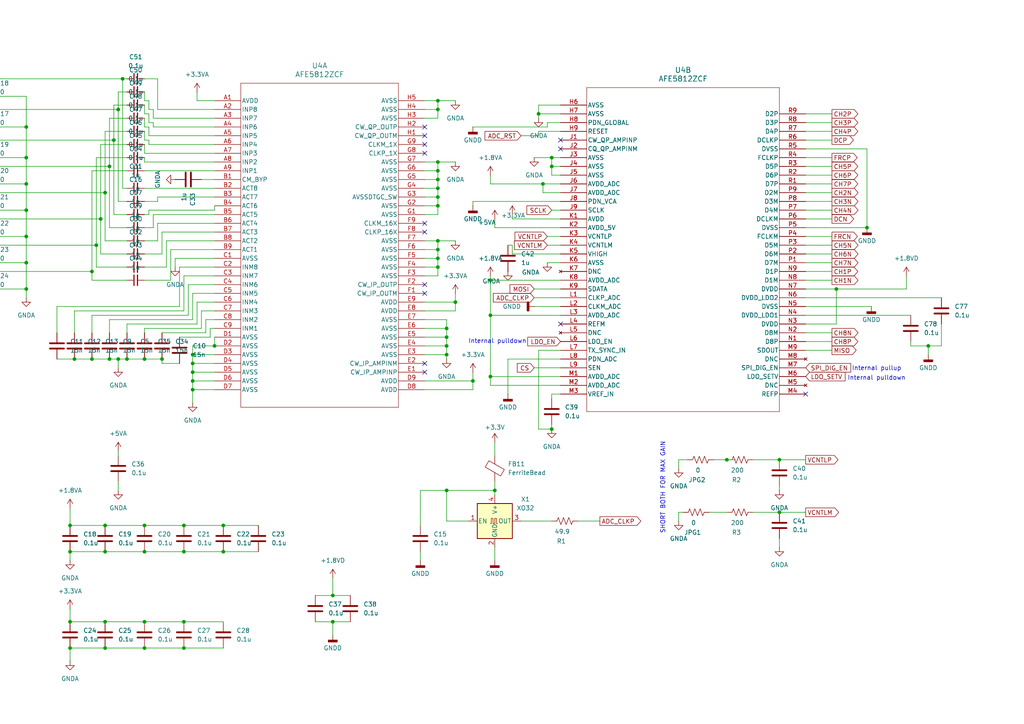
<source format=kicad_sch>
(kicad_sch (version 20231120) (generator "eeschema") (generator_version "8.0")
  (paper "A4")
  (title_block (title "Streamoscope") (date "2024-08-11") (rev "4") (company "Massachusetts Institute of Technology"))
  (junction (at 210.82 133.35))
  (junction (at -31.75 83.82))
  (junction (at 129.54 142.24))
  (junction (at 127 74.93))
  (junction (at 242.57 83.82))
  (junction (at 160.02 48.26))
  (junction (at 7.62 83.82))
  (junction (at 7.62 76.2))
  (junction (at 30.48 180.34))
  (junction (at 143.51 142.24))
  (junction (at -5.08 22.86))
  (junction (at -5.08 40.64))
  (junction (at 226.06 148.59))
  (junction (at 7.62 53.34))
  (junction (at -5.08 55.88))
  (junction (at 55.88 105.41))
  (junction (at 53.34 180.34))
  (junction (at 142.24 91.44))
  (junction (at 29.21 63.5))
  (junction (at 41.91 160.02))
  (junction (at 21.59 104.14))
  (junction (at -31.75 53.34))
  (junction (at -5.08 63.5))
  (junction (at 20.32 180.34))
  (junction (at 7.62 45.72))
  (junction (at 55.88 107.95))
  (junction (at -31.75 45.72))
  (junction (at 34.29 104.14))
  (junction (at 30.48 152.4))
  (junction (at 127 69.85))
  (junction (at 31.75 48.26))
  (junction (at -5.08 78.74))
  (junction (at 55.88 110.49))
  (junction (at 36.83 104.14))
  (junction (at 30.48 187.96))
  (junction (at 34.29 31.75))
  (junction (at 127 59.69))
  (junction (at 7.62 60.96))
  (junction (at 53.34 152.4))
  (junction (at 269.24 100.33))
  (junction (at 20.32 187.96))
  (junction (at 55.88 102.87))
  (junction (at 226.06 133.35))
  (junction (at 41.91 180.34))
  (junction (at 129.54 102.87))
  (junction (at -31.75 76.2))
  (junction (at 251.46 66.04))
  (junction (at 30.48 160.02))
  (junction (at 132.08 87.63))
  (junction (at 55.88 113.03))
  (junction (at -31.75 36.83))
  (junction (at 26.67 78.74))
  (junction (at 142.24 81.28))
  (junction (at 137.16 110.49))
  (junction (at 127 54.61))
  (junction (at 20.32 152.4))
  (junction (at 129.54 95.25))
  (junction (at 31.75 104.14))
  (junction (at 30.48 55.88))
  (junction (at 127 72.39))
  (junction (at 35.56 22.86))
  (junction (at 127 52.07))
  (junction (at 62.23 100.33))
  (junction (at 53.34 187.96))
  (junction (at 41.91 104.14))
  (junction (at -5.08 31.75))
  (junction (at 127 49.53))
  (junction (at 46.99 104.14))
  (junction (at -5.08 71.12))
  (junction (at 41.91 152.4))
  (junction (at -5.08 48.26))
  (junction (at 129.54 100.33))
  (junction (at 142.24 109.22))
  (junction (at 33.02 40.64))
  (junction (at 127 77.47))
  (junction (at 160.02 124.46))
  (junction (at 96.52 172.72))
  (junction (at 64.77 152.4))
  (junction (at 129.54 97.79))
  (junction (at 96.52 180.34))
  (junction (at 127 29.21))
  (junction (at 53.34 160.02))
  (junction (at 41.91 187.96))
  (junction (at 7.62 68.58))
  (junction (at 127 57.15))
  (junction (at -31.75 68.58))
  (junction (at 157.48 53.34))
  (junction (at 127 31.75))
  (junction (at 160.02 45.72))
  (junction (at 156.21 33.02))
  (junction (at 26.67 104.14))
  (junction (at 7.62 36.83))
  (junction (at 64.77 160.02))
  (junction (at 127 46.99))
  (junction (at 27.94 71.12))
  (junction (at 20.32 160.02))
  (junction (at -31.75 60.96))
  (no_connect (at 123.19 107.95))
  (no_connect (at 123.19 44.45))
  (no_connect (at 123.19 39.37))
  (no_connect (at 123.19 82.55))
  (no_connect (at 162.56 40.64))
  (no_connect (at 123.19 85.09))
  (no_connect (at 123.19 67.31))
  (no_connect (at 123.19 41.91))
  (no_connect (at 123.19 105.41))
  (no_connect (at 123.19 36.83))
  (no_connect (at 162.56 93.98))
  (no_connect (at 162.56 43.18))
  (no_connect (at 233.68 114.3))
  (no_connect (at 123.19 64.77))
  (wire (pts (xy 123.19 59.69) (xy 127 59.69)))
  (wire (pts (xy 123.19 52.07) (xy 127 52.07)))
  (wire (pts (xy 45.72 31.75) (xy 45.72 22.86)))
  (wire (pts (xy 143.51 139.7) (xy 143.51 142.24)))
  (wire (pts (xy 7.62 36.83) (xy 7.62 45.72)))
  (wire (pts (xy 162.56 35.56) (xy 158.75 35.56)))
  (wire (pts (xy -5.08 60.96) (xy 7.62 60.96)))
  (wire (pts (xy 160.02 48.26) (xy 160.02 50.8)))
  (wire (pts (xy 123.19 110.49) (xy 137.16 110.49)))
  (wire (pts (xy 160.02 45.72) (xy 160.02 48.26)))
  (wire (pts (xy 142.24 81.28) (xy 142.24 80.01)))
  (wire (pts (xy 46.99 73.66) (xy 46.99 67.31)))
  (wire (pts (xy 60.96 95.25) (xy 60.96 97.79)))
  (wire (pts (xy 58.42 90.17) (xy 62.23 90.17)))
  (wire (pts (xy 64.77 152.4) (xy 74.93 152.4)))
  (wire (pts (xy 26.67 91.44) (xy 54.61 91.44)))
  (wire (pts (xy 41.91 66.04) (xy 44.45 66.04)))
  (wire (pts (xy 30.48 55.88) (xy 30.48 69.85)))
  (wire (pts (xy 96.52 167.64) (xy 96.52 172.72)))
  (wire (pts (xy 36.83 49.53) (xy 26.67 49.53)))
  (wire (pts (xy 58.42 52.07) (xy 62.23 52.07)))
  (wire (pts (xy 53.34 187.96) (xy 64.77 187.96)))
  (wire (pts (xy 35.56 22.86) (xy 35.56 54.61)))
  (wire (pts (xy 207.01 133.35) (xy 210.82 133.35)))
  (wire (pts (xy 34.29 31.75) (xy 34.29 58.42)))
  (wire (pts (xy 54.61 91.44) (xy 54.61 82.55)))
  (wire (pts (xy 62.23 107.95) (xy 55.88 107.95)))
  (wire (pts (xy -31.75 53.34) (xy -31.75 60.96)))
  (wire (pts (xy 233.68 48.26) (xy 241.3 48.26)))
  (wire (pts (xy 129.54 151.13) (xy 129.54 142.24)))
  (wire (pts (xy 31.75 34.29) (xy 31.75 48.26)))
  (wire (pts (xy 123.19 34.29) (xy 127 34.29)))
  (wire (pts (xy 233.68 38.1) (xy 241.3 38.1)))
  (wire (pts (xy 20.32 152.4) (xy 30.48 152.4)))
  (wire (pts (xy 34.29 130.81) (xy 34.29 132.08)))
  (wire (pts (xy 43.18 35.56) (xy 43.18 33.02)))
  (wire (pts (xy 151.13 39.37) (xy 156.21 39.37)))
  (wire (pts (xy 7.62 76.2) (xy 7.62 83.82)))
  (wire (pts (xy 123.19 102.87) (xy 129.54 102.87)))
  (wire (pts (xy 160.02 50.8) (xy 162.56 50.8)))
  (wire (pts (xy 143.51 66.04) (xy 143.51 63.5)))
  (wire (pts (xy 154.94 86.36) (xy 162.56 86.36)))
  (wire (pts (xy 41.91 160.02) (xy 53.34 160.02)))
  (wire (pts (xy 41.91 180.34) (xy 53.34 180.34)))
  (wire (pts (xy 59.69 92.71) (xy 62.23 92.71)))
  (wire (pts (xy 41.91 58.42) (xy 45.72 58.42)))
  (wire (pts (xy 143.51 128.27) (xy 143.51 132.08)))
  (wire (pts (xy 127 69.85) (xy 123.19 69.85)))
  (wire (pts (xy 55.88 107.95) (xy 55.88 110.49)))
  (wire (pts (xy 30.48 69.85) (xy 36.83 69.85)))
  (wire (pts (xy 36.83 30.48) (xy 33.02 30.48)))
  (wire (pts (xy 127 46.99) (xy 123.19 46.99)))
  (wire (pts (xy 36.83 45.72) (xy 27.94 45.72)))
  (wire (pts (xy 226.06 133.35) (xy 233.68 133.35)))
  (wire (pts (xy 43.18 36.83) (xy 41.91 36.83)))
  (wire (pts (xy 31.75 92.71) (xy 55.88 92.71)))
  (wire (pts (xy 41.91 62.23) (xy 43.18 62.23)))
  (wire (pts (xy 43.18 40.64) (xy 41.91 40.64)))
  (wire (pts (xy 156.21 34.29) (xy 156.21 33.02)))
  (wire (pts (xy 16.51 88.9) (xy 52.07 88.9)))
  (wire (pts (xy 34.29 104.14) (xy 36.83 104.14)))
  (wire (pts (xy 233.68 99.06) (xy 241.3 99.06)))
  (wire (pts (xy -5.08 78.74) (xy 26.67 78.74)))
  (wire (pts (xy 7.62 68.58) (xy 7.62 76.2)))
  (wire (pts (xy 233.68 91.44) (xy 264.16 91.44)))
  (wire (pts (xy 57.15 29.21) (xy 57.15 26.67)))
  (wire (pts (xy 262.89 83.82) (xy 262.89 80.01)))
  (wire (pts (xy 218.44 148.59) (xy 226.06 148.59)))
  (wire (pts (xy 43.18 33.02) (xy 41.91 33.02)))
  (wire (pts (xy 143.51 158.75) (xy 143.51 162.56)))
  (wire (pts (xy 55.88 110.49) (xy 55.88 113.03)))
  (wire (pts (xy 34.29 104.14) (xy 34.29 106.68)))
  (wire (pts (xy 50.8 74.93) (xy 50.8 77.47)))
  (wire (pts (xy 162.56 45.72) (xy 160.02 45.72)))
  (wire (pts (xy 162.56 38.1) (xy 156.21 38.1)))
  (wire (pts (xy 233.68 40.64) (xy 241.3 40.64)))
  (wire (pts (xy -26.67 22.86) (xy -5.08 22.86)))
  (wire (pts (xy -26.67 63.5) (xy -5.08 63.5)))
  (wire (pts (xy 26.67 78.74) (xy 26.67 81.28)))
  (wire (pts (xy 242.57 83.82) (xy 262.89 83.82)))
  (wire (pts (xy 148.59 73.66) (xy 162.56 73.66)))
  (wire (pts (xy 162.56 66.04) (xy 143.51 66.04)))
  (wire (pts (xy 36.83 22.86) (xy 35.56 22.86)))
  (wire (pts (xy 129.54 104.14) (xy 129.54 102.87)))
  (wire (pts (xy 36.83 34.29) (xy 31.75 34.29)))
  (wire (pts (xy 132.08 87.63) (xy 132.08 90.17)))
  (wire (pts (xy 158.75 71.12) (xy 162.56 71.12)))
  (wire (pts (xy 158.75 68.58) (xy 162.56 68.58)))
  (wire (pts (xy 127 69.85) (xy 132.08 69.85)))
  (wire (pts (xy 129.54 95.25) (xy 129.54 92.71)))
  (wire (pts (xy 36.83 96.52) (xy 36.83 93.98)))
  (wire (pts (xy 44.45 62.23) (xy 62.23 62.23)))
  (wire (pts (xy 41.91 187.96) (xy 53.34 187.96)))
  (wire (pts (xy 34.29 58.42) (xy 36.83 58.42)))
  (wire (pts (xy 137.16 58.42) (xy 137.16 59.69)))
  (wire (pts (xy 160.02 60.96) (xy 162.56 60.96)))
  (wire (pts (xy -26.67 55.88) (xy -5.08 55.88)))
  (wire (pts (xy 41.91 44.45) (xy 41.91 41.91)))
  (wire (pts (xy 44.45 34.29) (xy 44.45 31.75)))
  (wire (pts (xy 55.88 113.03) (xy 62.23 113.03)))
  (wire (pts (xy 53.34 180.34) (xy 64.77 180.34)))
  (wire (pts (xy 21.59 90.17) (xy 53.34 90.17)))
  (wire (pts (xy 157.48 55.88) (xy 157.48 53.34)))
  (wire (pts (xy 62.23 102.87) (xy 55.88 102.87)))
  (wire (pts (xy -26.67 40.64) (xy -5.08 40.64)))
  (wire (pts (xy 233.68 78.74) (xy 241.3 78.74)))
  (wire (pts (xy 46.99 105.41) (xy 52.07 105.41)))
  (wire (pts (xy -5.08 40.64) (xy 33.02 40.64)))
  (wire (pts (xy 7.62 27.94) (xy 7.62 36.83)))
  (wire (pts (xy -5.08 83.82) (xy 7.62 83.82)))
  (wire (pts (xy 45.72 57.15) (xy 62.23 57.15)))
  (wire (pts (xy 233.68 58.42) (xy 241.3 58.42)))
  (wire (pts (xy 241.3 35.56) (xy 233.68 35.56)))
  (wire (pts (xy 43.18 41.91) (xy 43.18 40.64)))
  (wire (pts (xy 156.21 33.02) (xy 162.56 33.02)))
  (wire (pts (xy 167.64 151.13) (xy 173.99 151.13)))
  (wire (pts (xy 46.99 104.14) (xy 46.99 105.41)))
  (wire (pts (xy 123.19 100.33) (xy 129.54 100.33)))
  (wire (pts (xy 154.94 106.68) (xy 162.56 106.68)))
  (wire (pts (xy 43.18 60.96) (xy 62.23 60.96)))
  (wire (pts (xy 16.51 96.52) (xy 16.51 88.9)))
  (wire (pts (xy 55.88 85.09) (xy 62.23 85.09)))
  (wire (pts (xy 127 57.15) (xy 127 54.61)))
  (wire (pts (xy 123.19 80.01) (xy 127 80.01)))
  (wire (pts (xy 44.45 66.04) (xy 44.45 62.23)))
  (wire (pts (xy 121.92 152.4) (xy 121.92 142.24)))
  (wire (pts (xy 147.32 104.14) (xy 162.56 104.14)))
  (wire (pts (xy 241.3 33.02) (xy 233.68 33.02)))
  (wire (pts (xy 53.34 152.4) (xy 64.77 152.4)))
  (wire (pts (xy 41.91 152.4) (xy 53.34 152.4)))
  (wire (pts (xy 41.91 81.28) (xy 49.53 81.28)))
  (wire (pts (xy 41.91 77.47) (xy 48.26 77.47)))
  (wire (pts (xy 142.24 91.44) (xy 142.24 81.28)))
  (wire (pts (xy 157.48 53.34) (xy 142.24 53.34)))
  (wire (pts (xy 123.19 62.23) (xy 127 62.23)))
  (wire (pts (xy 123.19 77.47) (xy 127 77.47)))
  (wire (pts (xy 27.94 77.47) (xy 36.83 77.47)))
  (wire (pts (xy -26.67 48.26) (xy -5.08 48.26)))
  (wire (pts (xy 233.68 71.12) (xy 241.3 71.12)))
  (wire (pts (xy 127 72.39) (xy 127 69.85)))
  (wire (pts (xy 43.18 31.75) (xy 43.18 29.21)))
  (wire (pts (xy 43.18 29.21) (xy 41.91 29.21)))
  (wire (pts (xy 162.56 81.28) (xy 142.24 81.28)))
  (wire (pts (xy 269.24 100.33) (xy 273.05 100.33)))
  (wire (pts (xy 36.83 26.67) (xy 34.29 26.67)))
  (wire (pts (xy 41.91 36.83) (xy 41.91 34.29)))
  (wire (pts (xy 31.75 104.14) (xy 34.29 104.14)))
  (wire (pts (xy 148.59 63.5) (xy 162.56 63.5)))
  (wire (pts (xy -31.75 36.83) (xy -31.75 45.72)))
  (wire (pts (xy 137.16 36.83) (xy 158.75 36.83)))
  (wire (pts (xy 233.68 66.04) (xy 251.46 66.04)))
  (wire (pts (xy -5.08 48.26) (xy 31.75 48.26)))
  (wire (pts (xy 127 29.21) (xy 123.19 29.21)))
  (wire (pts (xy -26.67 71.12) (xy -5.08 71.12)))
  (wire (pts (xy 127 31.75) (xy 127 29.21)))
  (wire (pts (xy 57.15 87.63) (xy 62.23 87.63)))
  (wire (pts (xy 218.44 133.35) (xy 226.06 133.35)))
  (wire (pts (xy 33.02 62.23) (xy 36.83 62.23)))
  (wire (pts (xy 127 74.93) (xy 127 72.39)))
  (wire (pts (xy 233.68 76.2) (xy 241.3 76.2)))
  (wire (pts (xy 26.67 49.53) (xy 26.67 78.74)))
  (wire (pts (xy 43.18 62.23) (xy 43.18 60.96)))
  (wire (pts (xy 233.68 60.96) (xy 241.3 60.96)))
  (wire (pts (xy 127 77.47) (xy 127 74.93)))
  (wire (pts (xy 158.75 35.56) (xy 158.75 36.83)))
  (wire (pts (xy 213.36 133.35) (xy 210.82 133.35)))
  (wire (pts (xy 30.48 180.34) (xy 41.91 180.34)))
  (wire (pts (xy 196.85 133.35) (xy 199.39 133.35)))
  (wire (pts (xy 129.54 92.71) (xy 123.19 92.71)))
  (wire (pts (xy 242.57 83.82) (xy 233.68 83.82)))
  (wire (pts (xy 20.32 187.96) (xy 20.32 191.77)))
  (wire (pts (xy -5.08 36.83) (xy 7.62 36.83)))
  (wire (pts (xy 160.02 48.26) (xy 162.56 48.26)))
  (wire (pts (xy 162.56 30.48) (xy 156.21 30.48)))
  (wire (pts (xy 41.91 104.14) (xy 46.99 104.14)))
  (wire (pts (xy 226.06 156.21) (xy 226.06 158.75)))
  (wire (pts (xy 143.51 142.24) (xy 143.51 143.51)))
  (wire (pts (xy 33.02 40.64) (xy 33.02 62.23)))
  (wire (pts (xy -5.08 31.75) (xy 34.29 31.75)))
  (wire (pts (xy 33.02 30.48) (xy 33.02 40.64)))
  (wire (pts (xy 132.08 90.17) (xy 123.19 90.17)))
  (wire (pts (xy 158.75 76.2) (xy 162.56 76.2)))
  (wire (pts (xy 123.19 49.53) (xy 127 49.53)))
  (wire (pts (xy 156.21 101.6) (xy 156.21 124.46)))
  (wire (pts (xy 30.48 38.1) (xy 30.48 55.88)))
  (wire (pts (xy 41.91 69.85) (xy 45.72 69.85)))
  (wire (pts (xy 44.45 36.83) (xy 44.45 35.56)))
  (wire (pts (xy 52.07 88.9) (xy 52.07 77.47)))
  (wire (pts (xy 233.68 50.8) (xy 241.3 50.8)))
  (wire (pts (xy 233.68 93.98) (xy 242.57 93.98)))
  (wire (pts (xy 55.88 102.87) (xy 55.88 105.41)))
  (wire (pts (xy 129.54 100.33) (xy 129.54 97.79)))
  (wire (pts (xy 31.75 66.04) (xy 36.83 66.04)))
  (wire (pts (xy 44.45 35.56) (xy 43.18 35.56)))
  (wire (pts (xy 127 62.23) (xy 127 59.69)))
  (wire (pts (xy 129.54 102.87) (xy 129.54 100.33)))
  (wire (pts (xy 46.99 67.31) (xy 62.23 67.31)))
  (wire (pts (xy 233.68 53.34) (xy 241.3 53.34)))
  (wire (pts (xy 16.51 104.14) (xy 21.59 104.14)))
  (wire (pts (xy 162.56 55.88) (xy 157.48 55.88)))
  (wire (pts (xy -5.08 71.12) (xy 27.94 71.12)))
  (wire (pts (xy -5.08 45.72) (xy 7.62 45.72)))
  (wire (pts (xy 137.16 58.42) (xy 162.56 58.42)))
  (wire (pts (xy 233.68 101.6) (xy 241.3 101.6)))
  (wire (pts (xy 53.34 80.01) (xy 62.23 80.01)))
  (wire (pts (xy 55.88 100.33) (xy 55.88 102.87)))
  (wire (pts (xy 123.19 74.93) (xy 127 74.93)))
  (wire (pts (xy -31.75 68.58) (xy -31.75 76.2)))
  (wire (pts (xy 21.59 96.52) (xy 21.59 90.17)))
  (wire (pts (xy 41.91 96.52) (xy 41.91 95.25)))
  (wire (pts (xy 127 46.99) (xy 132.08 46.99)))
  (wire (pts (xy 36.83 41.91) (xy 29.21 41.91)))
  (wire (pts (xy 233.68 86.36) (xy 273.05 86.36)))
  (wire (pts (xy 123.19 54.61) (xy 127 54.61)))
  (wire (pts (xy 123.19 97.79) (xy 129.54 97.79)))
  (wire (pts (xy 54.61 82.55) (xy 62.23 82.55)))
  (wire (pts (xy 127 34.29) (xy 127 31.75)))
  (wire (pts (xy 123.19 87.63) (xy 132.08 87.63)))
  (wire (pts (xy -31.75 45.72) (xy -31.75 53.34)))
  (wire (pts (xy 123.19 57.15) (xy 127 57.15)))
  (wire (pts (xy 30.48 160.02) (xy 41.91 160.02)))
  (wire (pts (xy 59.69 96.52) (xy 59.69 92.71)))
  (wire (pts (xy 162.56 111.76) (xy 142.24 111.76)))
  (wire (pts (xy 62.23 95.25) (xy 60.96 95.25)))
  (wire (pts (xy 55.88 116.84) (xy 55.88 113.03)))
  (wire (pts (xy 96.52 180.34) (xy 101.6 180.34)))
  (wire (pts (xy 142.24 111.76) (xy 142.24 109.22)))
  (wire (pts (xy 31.75 48.26) (xy 31.75 66.04)))
  (wire (pts (xy 41.91 54.61) (xy 62.23 54.61)))
  (wire (pts (xy 196.85 133.35) (xy 196.85 135.89)))
  (wire (pts (xy 48.26 77.47) (xy 48.26 69.85)))
  (wire (pts (xy 127 57.15) (xy 127 59.69)))
  (wire (pts (xy 137.16 113.03) (xy 137.16 110.49)))
  (wire (pts (xy 273.05 100.33) (xy 273.05 93.98)))
  (wire (pts (xy -5.08 55.88) (xy 30.48 55.88)))
  (wire (pts (xy 41.91 73.66) (xy 46.99 73.66)))
  (wire (pts (xy 60.96 97.79) (xy 52.07 97.79)))
  (wire (pts (xy 46.99 96.52) (xy 59.69 96.52)))
  (wire (pts (xy 41.91 95.25) (xy 58.42 95.25)))
  (wire (pts (xy 62.23 36.83) (xy 44.45 36.83)))
  (wire (pts (xy 156.21 38.1) (xy 156.21 39.37)))
  (wire (pts (xy 64.77 160.02) (xy 74.93 160.02)))
  (wire (pts (xy -5.08 53.34) (xy 7.62 53.34)))
  (wire (pts (xy -31.75 27.94) (xy -31.75 36.83)))
  (wire (pts (xy 123.19 95.25) (xy 129.54 95.25)))
  (wire (pts (xy 127 52.07) (xy 127 49.53)))
  (wire (pts (xy -5.08 63.5) (xy 29.21 63.5)))
  (wire (pts (xy 160.02 114.3) (xy 162.56 114.3)))
  (wire (pts (xy -5.08 76.2) (xy 7.62 76.2)))
  (wire (pts (xy 36.83 38.1) (xy 30.48 38.1)))
  (wire (pts (xy 157.48 53.34) (xy 162.56 53.34)))
  (wire (pts (xy 233.68 45.72) (xy 241.3 45.72)))
  (wire (pts (xy 123.19 72.39) (xy 127 72.39)))
  (wire (pts (xy 123.19 31.75) (xy 127 31.75)))
  (wire (pts (xy 7.62 60.96) (xy 7.62 68.58)))
  (wire (pts (xy 41.91 40.64) (xy 41.91 38.1)))
  (wire (pts (xy 29.21 73.66) (xy 36.83 73.66)))
  (wire (pts (xy 129.54 151.13) (xy 135.89 151.13)))
  (wire (pts (xy 156.21 124.46) (xy 160.02 124.46)))
  (wire (pts (xy -5.08 68.58) (xy 7.62 68.58)))
  (wire (pts (xy 20.32 187.96) (xy 30.48 187.96)))
  (wire (pts (xy 20.32 160.02) (xy 20.32 162.56)))
  (wire (pts (xy 233.68 68.58) (xy 241.3 68.58)))
  (wire (pts (xy -34.29 83.82) (xy -31.75 83.82)))
  (wire (pts (xy 147.32 104.14) (xy 147.32 114.3)))
  (wire (pts (xy 251.46 43.18) (xy 251.46 66.04)))
  (wire (pts (xy 7.62 45.72) (xy 7.62 53.34)))
  (wire (pts (xy 123.19 113.03) (xy 137.16 113.03)))
  (wire (pts (xy 53.34 160.02) (xy 64.77 160.02)))
  (wire (pts (xy 148.59 71.12) (xy 148.59 73.66)))
  (wire (pts (xy 233.68 96.52) (xy 241.3 96.52)))
  (wire (pts (xy 62.23 39.37) (xy 43.18 39.37)))
  (wire (pts (xy 233.68 63.5) (xy 241.3 63.5)))
  (wire (pts (xy 45.72 58.42) (xy 45.72 57.15)))
  (wire (pts (xy 91.44 172.72) (xy 96.52 172.72)))
  (wire (pts (xy 62.23 41.91) (xy 43.18 41.91)))
  (wire (pts (xy 142.24 53.34) (xy 142.24 50.8)))
  (wire (pts (xy 31.75 96.52) (xy 31.75 92.71)))
  (wire (pts (xy 121.92 160.02) (xy 121.92 162.56)))
  (wire (pts (xy 156.21 30.48) (xy 156.21 33.02)))
  (wire (pts (xy 129.54 97.79) (xy 129.54 95.25)))
  (wire (pts (xy 162.56 91.44) (xy 142.24 91.44)))
  (wire (pts (xy -31.75 60.96) (xy -31.75 68.58)))
  (wire (pts (xy 36.83 104.14) (xy 41.91 104.14)))
  (wire (pts (xy 62.23 60.96) (xy 62.23 59.69)))
  (wire (pts (xy 121.92 142.24) (xy 129.54 142.24)))
  (wire (pts (xy 29.21 63.5) (xy 29.21 73.66)))
  (wire (pts (xy -26.67 78.74) (xy -5.08 78.74)))
  (wire (pts (xy 21.59 104.14) (xy 26.67 104.14)))
  (wire (pts (xy 162.56 101.6) (xy 156.21 101.6)))
  (wire (pts (xy 62.23 46.99) (xy 41.91 46.99)))
  (wire (pts (xy 96.52 180.34) (xy 96.52 184.15)))
  (wire (pts (xy 55.88 105.41) (xy 55.88 107.95)))
  (wire (pts (xy 27.94 71.12) (xy 27.94 77.47)))
  (wire (pts (xy 127 80.01) (xy 127 77.47)))
  (wire (pts (xy 233.68 73.66) (xy 241.3 73.66)))
  (wire (pts (xy 226.06 140.97) (xy 226.06 142.24)))
  (wire (pts (xy 41.91 33.02) (xy 41.91 30.48)))
  (wire (pts (xy 129.54 142.24) (xy 143.51 142.24)))
  (wire (pts (xy -5.08 22.86) (xy 35.56 22.86)))
  (wire (pts (xy 7.62 53.34) (xy 7.62 60.96)))
  (wire (pts (xy 20.32 160.02) (xy 30.48 160.02)))
  (wire (pts (xy 148.59 62.23) (xy 148.59 63.5)))
  (wire (pts (xy 43.18 39.37) (xy 43.18 36.83)))
  (wire (pts (xy 205.74 148.59) (xy 210.82 148.59)))
  (wire (pts (xy 160.02 115.57) (xy 160.02 114.3)))
  (wire (pts (xy 62.23 29.21) (xy 57.15 29.21)))
  (wire (pts (xy 142.24 109.22) (xy 142.24 91.44)))
  (wire (pts (xy 48.26 69.85) (xy 62.23 69.85)))
  (wire (pts (xy 45.72 22.86) (xy 41.91 22.86)))
  (wire (pts (xy 41.91 49.53) (xy 62.23 49.53)))
  (wire (pts (xy 57.15 93.98) (xy 57.15 87.63)))
  (wire (pts (xy 20.32 180.34) (xy 30.48 180.34)))
  (wire (pts (xy 62.23 34.29) (xy 44.45 34.29)))
  (wire (pts (xy 36.83 93.98) (xy 57.15 93.98)))
  (wire (pts (xy 62.23 31.75) (xy 45.72 31.75)))
  (wire (pts (xy -5.08 27.94) (xy 7.62 27.94)))
  (wire (pts (xy 62.23 44.45) (xy 41.91 44.45)))
  (wire (pts (xy 35.56 54.61) (xy 36.83 54.61)))
  (wire (pts (xy 34.29 139.7) (xy 34.29 142.24)))
  (wire (pts (xy 27.94 45.72) (xy 27.94 71.12)))
  (wire (pts (xy 154.94 88.9) (xy 162.56 88.9)))
  (wire (pts (xy 96.52 172.72) (xy 101.6 172.72)))
  (wire (pts (xy 53.34 90.17) (xy 53.34 80.01)))
  (wire (pts (xy 20.32 147.32) (xy 20.32 152.4)))
  (wire (pts (xy 62.23 100.33) (xy 55.88 100.33)))
  (wire (pts (xy 62.23 97.79) (xy 62.23 100.33)))
  (wire (pts (xy 264.16 99.06) (xy 264.16 100.33)))
  (wire (pts (xy 26.67 96.52) (xy 26.67 91.44)))
  (wire (pts (xy 26.67 104.14) (xy 31.75 104.14)))
  (wire (pts (xy 58.42 95.25) (xy 58.42 90.17)))
  (wire (pts (xy 30.48 187.96) (xy 41.91 187.96)))
  (wire (pts (xy 269.24 100.33) (xy 269.24 102.87)))
  (wire (pts (xy 45.72 69.85) (xy 45.72 64.77)))
  (wire (pts (xy 154.94 83.82) (xy 162.56 83.82)))
  (wire (pts (xy 241.3 55.88) (xy 233.68 55.88)))
  (wire (pts (xy 44.45 31.75) (xy 43.18 31.75)))
  (wire (pts (xy 49.53 72.39) (xy 62.23 72.39)))
  (wire (pts (xy -31.75 76.2) (xy -31.75 83.82)))
  (wire (pts (xy 226.06 148.59) (xy 233.68 148.59)))
  (wire (pts (xy 29.21 41.91) (xy 29.21 63.5)))
  (wire (pts (xy 196.85 148.59) (xy 196.85 151.13)))
  (wire (pts (xy 55.88 92.71) (xy 55.88 85.09)))
  (wire (pts (xy 30.48 152.4) (xy 41.91 152.4)))
  (wire (pts (xy 127 54.61) (xy 127 52.07)))
  (wire (pts (xy 233.68 81.28) (xy 241.3 81.28)))
  (wire (pts (xy 160.02 123.19) (xy 160.02 124.46)))
  (wire (pts (xy -26.67 31.75) (xy -5.08 31.75)))
  (wire (pts (xy 34.29 26.67) (xy 34.29 31.75)))
  (wire (pts (xy 127 29.21) (xy 132.08 29.21)))
  (wire (pts (xy 162.56 109.22) (xy 142.24 109.22)))
  (wire (pts (xy 41.91 46.99) (xy 41.91 45.72)))
  (wire (pts (xy 7.62 83.82) (xy 7.62 86.36)))
  (wire (pts (xy 26.67 81.28) (xy 36.83 81.28)))
  (wire (pts (xy 52.07 77.47) (xy 62.23 77.47)))
  (wire (pts (xy 196.85 148.59) (xy 198.12 148.59)))
  (wire (pts (xy 147.32 71.12) (xy 148.59 71.12)))
  (wire (pts (xy 137.16 110.49) (xy 137.16 107.95)))
  (wire (pts (xy 62.23 110.49) (xy 55.88 110.49)))
  (wire (pts (xy 233.68 43.18) (xy 251.46 43.18)))
  (wire (pts (xy 20.32 176.53) (xy 20.32 180.34)))
  (wire (pts (xy 91.44 180.34) (xy 96.52 180.34)))
  (wire (pts (xy 264.16 100.33) (xy 269.24 100.33)))
  (wire (pts (xy 233.68 88.9) (xy 252.73 88.9)))
  (wire (pts (xy 41.91 29.21) (xy 41.91 26.67)))
  (wire (pts (xy 154.94 45.72) (xy 160.02 45.72)))
  (wire (pts (xy 50.8 74.93) (xy 62.23 74.93)))
  (wire (pts (xy -34.29 86.36) (xy -34.29 83.82)))
  (wire (pts (xy 49.53 81.28) (xy 49.53 72.39)))
  (wire (pts (xy 151.13 151.13) (xy 160.02 151.13)))
  (wire (pts (xy 62.23 105.41) (xy 55.88 105.41)))
  (wire (pts (xy 127 49.53) (xy 127 46.99)))
  (wire (pts (xy 45.72 64.77) (xy 62.23 64.77)))
  (wire (pts (xy 242.57 93.98) (xy 242.57 83.82)))
  (wire (pts (xy 132.08 85.09) (xy 132.08 87.63)))
  (text "Internal pullup" (at 254.254 106.934 0) (effects (font (size 1.27 1.27))))
  (text "Internal pulldown" (at 254.254 109.728 0) (effects (font (size 1.27 1.27))))
  (text "SHORT BOTH FOR MAX GAIN" (at 192.278 141.478 90) (effects (font (size 1.27 1.27))))
  (text "Internal pulldown" (at 144.272 99.06 0) (effects (font (size 1.27 1.27))))
  (global_label "ADC_CLKP" (shape input) (at 154.94 86.36 180) (property "Intersheetrefs" "${INTERSHEET_REFS}" (effects (hide yes))))
  (global_label "CH2P" (shape output) (at 241.3 33.02 0) (property "Intersheetrefs" "${INTERSHEET_REFS}" (effects (hide yes))))
  (global_label "CH2N" (shape output) (at 241.3 55.88 0) (property "Intersheetrefs" "${INTERSHEET_REFS}" (effects (hide yes))))
  (global_label "MISO" (shape output) (at 241.3 101.6 0) (property "Intersheetrefs" "${INTERSHEET_REFS}" (effects (hide yes))))
  (global_label "ADC_RST" (shape input) (at 151.13 39.37 180) (property "Intersheetrefs" "${INTERSHEET_REFS}" (effects (hide yes))))
  (global_label "CH7N" (shape output) (at 241.3 76.2 0) (property "Intersheetrefs" "${INTERSHEET_REFS}" (effects (hide yes))))
  (global_label "FRCP" (shape output) (at 241.3 45.72 0) (property "Intersheetrefs" "${INTERSHEET_REFS}" (effects (hide yes))))
  (global_label "CH1N" (shape output) (at 241.3 81.28 0) (property "Intersheetrefs" "${INTERSHEET_REFS}" (effects (hide yes))))
  (global_label "CH4P" (shape output) (at 241.3 38.1 0) (property "Intersheetrefs" "${INTERSHEET_REFS}" (effects (hide yes))))
  (global_label "CS" (shape input) (at 154.94 106.68 180) (property "Intersheetrefs" "${INTERSHEET_REFS}" (effects (hide yes))))
  (global_label "CH6N" (shape output) (at 241.3 73.66 0) (property "Intersheetrefs" "${INTERSHEET_REFS}" (effects (hide yes))))
  (global_label "LDO_SETV" (shape input) (at 233.68 109.22 0) (property "Intersheetrefs" "${INTERSHEET_REFS}" (effects (hide yes))))
  (global_label "SPI_DIG_EN" (shape input) (at 233.68 106.68 0) (property "Intersheetrefs" "${INTERSHEET_REFS}" (effects (hide yes))))
  (global_label "CH7P" (shape output) (at 241.3 53.34 0) (property "Intersheetrefs" "${INTERSHEET_REFS}" (effects (hide yes))))
  (global_label "VCNTLP" (shape output) (at 233.68 133.35 0) (property "Intersheetrefs" "${INTERSHEET_REFS}" (effects (hide yes))))
  (global_label "ADC_CLKP" (shape output) (at 173.99 151.13 0) (property "Intersheetrefs" "${INTERSHEET_REFS}" (effects (hide yes))))
  (global_label "VCNTLM" (shape input) (at 158.75 71.12 180) (property "Intersheetrefs" "${INTERSHEET_REFS}" (effects (hide yes))))
  (global_label "VCNTLP" (shape input) (at 158.75 68.58 180) (property "Intersheetrefs" "${INTERSHEET_REFS}" (effects (hide yes))))
  (global_label "CH8N" (shape output) (at 241.3 96.52 0) (property "Intersheetrefs" "${INTERSHEET_REFS}" (effects (hide yes))))
  (global_label "FRCN" (shape output) (at 241.3 68.58 0) (property "Intersheetrefs" "${INTERSHEET_REFS}" (effects (hide yes))))
  (global_label "CH5N" (shape output) (at 241.3 71.12 0) (property "Intersheetrefs" "${INTERSHEET_REFS}" (effects (hide yes))))
  (global_label "DCP" (shape output) (at 241.3 40.64 0) (property "Intersheetrefs" "${INTERSHEET_REFS}" (effects (hide yes))))
  (global_label "MOSI" (shape input) (at 154.94 83.82 180) (property "Intersheetrefs" "${INTERSHEET_REFS}" (effects (hide yes))))
  (global_label "CH8P" (shape output) (at 241.3 99.06 0) (property "Intersheetrefs" "${INTERSHEET_REFS}" (effects (hide yes))))
  (global_label "CH3P" (shape output) (at 241.3 35.56 0) (property "Intersheetrefs" "${INTERSHEET_REFS}" (effects (hide yes))))
  (global_label "SCLK" (shape input) (at 160.02 60.96 180) (property "Intersheetrefs" "${INTERSHEET_REFS}" (effects (hide yes))))
  (global_label "CH4N" (shape output) (at 241.3 60.96 0) (property "Intersheetrefs" "${INTERSHEET_REFS}" (effects (hide yes))))
  (global_label "CH5P" (shape output) (at 241.3 48.26 0) (property "Intersheetrefs" "${INTERSHEET_REFS}" (effects (hide yes))))
  (global_label "CH1P" (shape output) (at 241.3 78.74 0) (property "Intersheetrefs" "${INTERSHEET_REFS}" (effects (hide yes))))
  (global_label "CH6P" (shape output) (at 241.3 50.8 0) (property "Intersheetrefs" "${INTERSHEET_REFS}" (effects (hide yes))))
  (global_label "CH3N" (shape output) (at 241.3 58.42 0) (property "Intersheetrefs" "${INTERSHEET_REFS}" (effects (hide yes))))
  (global_label "LDO_EN" (shape input) (at 162.56 99.06 180) (property "Intersheetrefs" "${INTERSHEET_REFS}" (effects (hide yes))))
  (global_label "DCN" (shape output) (at 241.3 63.5 0) (property "Intersheetrefs" "${INTERSHEET_REFS}" (effects (hide yes))))
  (global_label "VCNTLM" (shape output) (at 233.68 148.59 0) (property "Intersheetrefs" "${INTERSHEET_REFS}" (effects (hide yes))))
  (symbol (lib_id "Device:C") (at 20.32 184.15 0) (unit 1)
    (property "Reference" "C24" (at 24.13 182.8799 0) (effects (justify left)))
    (property "Value" "0.1u" (at 24.13 185.4199 0) (effects (justify left)))
    (property "Footprint" "Capacitor_SMD:C_0402_1005Metric_Pad0.74x0.62mm_HandSolder" (effects (hide yes)))
    (property "Description" "Unpolarized capacitor" (effects (hide yes)))
  )
  (symbol (lib_id "Device:C") (at 147.32 74.93 180) (unit 1)
    (property "Reference" "C42" (at 151.13 73.6599 0) (effects (justify right)))
    (property "Value" "1u" (at 151.13 76.1999 0) (effects (justify right)))
    (property "Footprint" "Capacitor_SMD:C_0402_1005Metric_Pad0.74x0.62mm_HandSolder" (effects (hide yes)))
    (property "Description" "Unpolarized capacitor" (effects (hide yes)))
  )
  (symbol (lib_id "Device:C") (at 30.48 184.15 0) (unit 1)
    (property "Reference" "C25" (at 34.29 182.8799 0) (effects (justify left)))
    (property "Value" "0.1u" (at 34.29 185.4199 0) (effects (justify left)))
    (property "Footprint" "Capacitor_SMD:C_0402_1005Metric_Pad0.74x0.62mm_HandSolder" (effects (hide yes)))
    (property "Description" "Unpolarized capacitor" (effects (hide yes)))
  )
  (symbol (lib_id "Device:C") (at 226.06 152.4 0) (unit 1)
    (property "Reference" "C41" (at 229.87 151.1299 0) (effects (justify left)))
    (property "Value" "0.1u" (at 229.87 153.6699 0) (effects (justify left)))
    (property "Footprint" "Capacitor_SMD:C_0402_1005Metric_Pad0.74x0.62mm_HandSolder" (effects (hide yes)))
    (property "Description" "Unpolarized capacitor" (effects (hide yes)))
  )
  (symbol (lib_id "Device:C") (at 52.07 101.6 180) (unit 1)
    (property "Reference" "C10" (at 55.88 100.3299 0) (effects (justify right)))
    (property "Value" "15n" (at 55.88 102.8699 0) (effects (justify right)))
    (property "Footprint" "Capacitor_SMD:C_0402_1005Metric_Pad0.74x0.62mm_HandSolder" (effects (hide yes)))
    (property "Description" "Unpolarized capacitor" (effects (hide yes)))
  )
  (symbol (lib_id "Device:C") (at 226.06 137.16 0) (unit 1)
    (property "Reference" "C40" (at 229.87 135.8899 0) (effects (justify left)))
    (property "Value" "0.1u" (at 229.87 138.4299 0) (effects (justify left)))
    (property "Footprint" "Capacitor_SMD:C_0402_1005Metric_Pad0.74x0.62mm_HandSolder" (effects (hide yes)))
    (property "Description" "Unpolarized capacitor" (effects (hide yes)))
  )
  (symbol (lib_id "power:GNDA") (at 50.8 52.07 270) (unit 1)
    (property "Reference" "#PWR052" (effects (hide yes)))
    (property "Value" "GNDA" (at 45.72 52.07 0))
    (property "Description" "Power symbol creates a global label with name \"GNDA\" , analog ground" (effects (hide yes)))
  )
  (symbol (lib_id "power:GNDD") (at 121.92 162.56 0) (unit 1)
    (property "Reference" "#PWR026" (effects (hide yes)))
    (property "Value" "GNDD" (at 121.92 166.37 0))
    (property "Description" "Power symbol creates a global label with name \"GNDD\" , digital ground" (effects (hide yes)))
  )
  (symbol (lib_id "Device:R_Small") (at -5.08 66.04 0) (unit 1)
    (property "Reference" "R22" (at -1.27 64.7699 0) (effects (justify left)))
    (property "Value" "50" (at -1.27 67.3099 0) (effects (justify left)))
    (property "Footprint" "Resistor_SMD:R_0402_1005Metric" (effects (hide yes)))
    (property "Description" "Resistor, small symbol" (effects (hide yes)))
  )
  (symbol (lib_id "handheld_mri:+1.8VD") (at 262.89 80.01 0) (unit 1)
    (property "Reference" "#PWR060" (effects (hide yes)))
    (property "Value" "+1.8VD" (at 262.89 74.93 0))
    (property "Description" "Power symbol creates a global label with name \"+1.8VD\"" (effects (hide yes)))
  )
  (symbol (lib_id "Device:C_Small") (at 39.37 81.28 90) (unit 1)
    (property "Reference" "C44" (at 39.3763 74.93 90))
    (property "Value" "1u" (at 39.3763 77.47 90))
    (property "Footprint" "Capacitor_SMD:C_0402_1005Metric_Pad0.74x0.62mm_HandSolder" (effects (hide yes)))
    (property "Description" "Unpolarized capacitor, small symbol" (effects (hide yes)))
  )
  (symbol (lib_id "power:GNDD") (at 251.46 66.04 0) (unit 1)
    (property "Reference" "#PWR059" (effects (hide yes)))
    (property "Value" "GNDD" (at 251.46 69.85 0))
    (property "Description" "Power symbol creates a global label with name \"GNDD\" , digital ground" (effects (hide yes)))
  )
  (symbol (lib_id "Device:C_Small") (at 39.37 62.23 90) (unit 1)
    (property "Reference" "C17" (at 39.3763 55.88 90))
    (property "Value" "1u" (at 39.3763 58.42 90))
    (property "Footprint" "Capacitor_SMD:C_0402_1005Metric_Pad0.74x0.62mm_HandSolder" (effects (hide yes)))
    (property "Description" "Unpolarized capacitor, small symbol" (effects (hide yes)))
  )
  (symbol (lib_id "Device:C_Small") (at 39.37 66.04 90) (unit 1)
    (property "Reference" "C29" (at 39.3763 59.69 90))
    (property "Value" "1u" (at 39.3763 62.23 90))
    (property "Footprint" "Capacitor_SMD:C_0402_1005Metric_Pad0.74x0.62mm_HandSolder" (effects (hide yes)))
    (property "Description" "Unpolarized capacitor, small symbol" (effects (hide yes)))
  )
  (symbol (lib_id "Device:R_Small") (at -5.08 58.42 0) (unit 1)
    (property "Reference" "R21" (at -1.27 57.1499 0) (effects (justify left)))
    (property "Value" "50" (at -1.27 59.6899 0) (effects (justify left)))
    (property "Footprint" "Resistor_SMD:R_0402_1005Metric" (effects (hide yes)))
    (property "Description" "Resistor, small symbol" (effects (hide yes)))
  )
  (symbol (lib_id "power:GNDA") (at 132.08 29.21 0) (unit 1)
    (property "Reference" "#PWR046" (effects (hide yes)))
    (property "Value" "GNDA" (at 132.08 34.29 0))
    (property "Description" "Power symbol creates a global label with name \"GNDA\" , analog ground" (effects (hide yes)))
  )
  (symbol (lib_id "power:GNDA") (at 226.06 158.75 0) (unit 1)
    (property "Reference" "#PWR076" (effects (hide yes)))
    (property "Value" "GNDA" (at 226.06 163.83 0))
    (property "Description" "Power symbol creates a global label with name \"GNDA\" , analog ground" (effects (hide yes)))
  )
  (symbol (lib_id "power:GNDD") (at 137.16 59.69 0) (unit 1)
    (property "Reference" "#PWR015" (effects (hide yes)))
    (property "Value" "GNDD" (at 137.16 63.5 0))
    (property "Description" "Power symbol creates a global label with name \"GNDD\" , digital ground" (effects (hide yes)))
  )
  (symbol (lib_id "Device:C") (at 53.34 156.21 0) (unit 1)
    (property "Reference" "C21" (at 57.15 154.9399 0) (effects (justify left)))
    (property "Value" "0.1u" (at 57.15 157.4799 0) (effects (justify left)))
    (property "Footprint" "Capacitor_SMD:C_0402_1005Metric_Pad0.74x0.62mm_HandSolder" (effects (hide yes)))
    (property "Description" "Unpolarized capacitor" (effects (hide yes)))
  )
  (symbol (lib_id "power:GNDA") (at 196.85 151.13 0) (unit 1)
    (property "Reference" "#PWR075" (effects (hide yes)))
    (property "Value" "GNDA" (at 196.85 156.21 0))
    (property "Description" "Power symbol creates a global label with name \"GNDA\" , analog ground" (effects (hide yes)))
  )
  (symbol (lib_id "Device:C") (at 74.93 156.21 0) (unit 1)
    (property "Reference" "C23" (at 78.74 154.9399 0) (effects (justify left)))
    (property "Value" "0.1u" (at 78.74 157.4799 0) (effects (justify left)))
    (property "Footprint" "Capacitor_SMD:C_0402_1005Metric_Pad0.74x0.62mm_HandSolder" (effects (hide yes)))
    (property "Description" "Unpolarized capacitor" (effects (hide yes)))
  )
  (symbol (lib_id "power:GNDA") (at 158.75 76.2 0) (unit 1)
    (property "Reference" "#PWR051" (effects (hide yes)))
    (property "Value" "GNDA" (at 153.924 78.994 0))
    (property "Description" "Power symbol creates a global label with name \"GNDA\" , analog ground" (effects (hide yes)))
  )
  (symbol (lib_id "Device:R_US") (at 214.63 133.35 90) (unit 1)
    (property "Reference" "R2" (at 213.614 139.192 90))
    (property "Value" "200" (at 213.868 136.398 90))
    (property "Footprint" "Resistor_SMD:R_0402_1005Metric_Pad0.72x0.64mm_HandSolder" (effects (hide yes)))
    (property "Description" "Resistor, US symbol" (effects (hide yes)))
  )
  (symbol (lib_id "Device:C") (at 26.67 100.33 180) (unit 1)
    (property "Reference" "C13" (at 30.48 99.0599 0) (effects (justify right)))
    (property "Value" "15n" (at 30.48 101.5999 0) (effects (justify right)))
    (property "Footprint" "Capacitor_SMD:C_0402_1005Metric_Pad0.74x0.62mm_HandSolder" (effects (hide yes)))
    (property "Description" "Unpolarized capacitor" (effects (hide yes)))
  )
  (symbol (lib_id "Device:C") (at 160.02 119.38 0) (unit 1)
    (property "Reference" "C39" (at 163.83 118.1099 0) (effects (justify left)))
    (property "Value" "0.1u" (at 163.83 120.6499 0) (effects (justify left)))
    (property "Footprint" "Capacitor_SMD:C_0402_1005Metric_Pad0.74x0.62mm_HandSolder" (effects (hide yes)))
    (property "Description" "Unpolarized capacitor" (effects (hide yes)))
  )
  (symbol (lib_id "Device:C") (at 36.83 100.33 180) (unit 1)
    (property "Reference" "C5" (at 40.64 99.0599 0) (effects (justify right)))
    (property "Value" "15n" (at 40.64 101.5999 0) (effects (justify right)))
    (property "Footprint" "Capacitor_SMD:C_0402_1005Metric_Pad0.74x0.62mm_HandSolder" (effects (hide yes)))
    (property "Description" "Unpolarized capacitor" (effects (hide yes)))
  )
  (symbol (lib_id "power:GNDA") (at 55.88 116.84 0) (unit 1)
    (property "Reference" "#PWR047" (effects (hide yes)))
    (property "Value" "GNDA" (at 55.88 121.92 0))
    (property "Description" "Power symbol creates a global label with name \"GNDA\" , analog ground" (effects (hide yes)))
  )
  (symbol (lib_id "power:GNDA") (at -34.29 86.36 0) (unit 1)
    (property "Reference" "#PWR073" (effects (hide yes)))
    (property "Value" "GNDA" (at -34.29 91.44 0))
    (property "Description" "Power symbol creates a global label with name \"GNDA\" , analog ground" (effects (hide yes)))
  )
  (symbol (lib_id "power:GNDA") (at 154.94 45.72 0) (unit 1)
    (property "Reference" "#PWR050" (effects (hide yes)))
    (property "Value" "GNDA" (at 154.94 50.8 0))
    (property "Description" "Power symbol creates a global label with name \"GNDA\" , analog ground" (effects (hide yes)))
  )
  (symbol (lib_id "handheld_mri:+1.8VA") (at 20.32 147.32 0) (unit 1)
    (property "Reference" "#PWR064" (effects (hide yes)))
    (property "Value" "+1.8VA" (at 20.32 142.24 0))
    (property "Description" "Power symbol creates a global label with name \"+1.8VA\"" (effects (hide yes)))
  )
  (symbol (lib_id "power:+3.3VA") (at 20.32 176.53 0) (unit 1)
    (property "Reference" "#PWR065" (effects (hide yes)))
    (property "Value" "+3.3VA" (at 20.32 171.45 0))
    (property "Description" "Power symbol creates a global label with name \"+3.3VA\"" (effects (hide yes)))
  )
  (symbol (lib_id "Oscillator:XO32") (at 143.51 151.13 0) (unit 1)
    (property "Reference" "X1" (at 152.4 144.8114 0))
    (property "Value" "XO32" (at 152.4 147.3514 0))
    (property "Footprint" "Oscillator:Oscillator_SMD_Abracon_ASV-4Pin_7.0x5.1mm" (effects (hide yes)))
    (property "Datasheet" "http://cdn-reichelt.de/documents/datenblatt/B400/XO32.pdf" (effects (hide yes)))
    (property "Description" "HCMOS Clock Oscillator" (effects (hide yes)))
  )
  (symbol (lib_id "Device:C") (at 41.91 184.15 0) (unit 1)
    (property "Reference" "C26" (at 45.72 182.8799 0) (effects (justify left)))
    (property "Value" "0.1u" (at 45.72 185.4199 0) (effects (justify left)))
    (property "Footprint" "Capacitor_SMD:C_0402_1005Metric_Pad0.74x0.62mm_HandSolder" (effects (hide yes)))
    (property "Description" "Unpolarized capacitor" (effects (hide yes)))
  )
  (symbol (lib_id "Device:C") (at 41.91 100.33 180) (unit 1)
    (property "Reference" "C35" (at 45.72 99.0599 0) (effects (justify right)))
    (property "Value" "15n" (at 45.72 101.5999 0) (effects (justify right)))
    (property "Footprint" "Capacitor_SMD:C_0402_1005Metric_Pad0.74x0.62mm_HandSolder" (effects (hide yes)))
    (property "Description" "Unpolarized capacitor" (effects (hide yes)))
  )
  (symbol (lib_id "power:GNDA") (at 132.08 46.99 0) (unit 1)
    (property "Reference" "#PWR045" (effects (hide yes)))
    (property "Value" "GNDA" (at 132.08 52.07 0))
    (property "Description" "Power symbol creates a global label with name \"GNDA\" , analog ground" (effects (hide yes)))
  )
  (symbol (lib_id "Device:C_Small") (at 39.37 69.85 90) (unit 1)
    (property "Reference" "C30" (at 39.3763 63.5 90))
    (property "Value" "1u" (at 39.3763 66.04 90))
    (property "Footprint" "Capacitor_SMD:C_0402_1005Metric_Pad0.74x0.62mm_HandSolder" (effects (hide yes)))
    (property "Description" "Unpolarized capacitor, small symbol" (effects (hide yes)))
  )
  (symbol (lib_id "power:GNDA") (at 196.85 135.89 0) (unit 1)
    (property "Reference" "#PWR074" (effects (hide yes)))
    (property "Value" "GNDA" (at 196.85 140.97 0))
    (property "Description" "Power symbol creates a global label with name \"GNDA\" , analog ground" (effects (hide yes)))
  )
  (symbol (lib_id "power:+5VA") (at 143.51 63.5 0) (unit 1)
    (property "Reference" "#PWR055" (effects (hide yes)))
    (property "Value" "+5VA" (at 141.224 64.516 0))
    (property "Description" "Power symbol creates a global label with name \"+5VA\"" (effects (hide yes)))
  )
  (symbol (lib_id "Device:C") (at 53.34 184.15 0) (unit 1)
    (property "Reference" "C27" (at 57.15 182.8799 0) (effects (justify left)))
    (property "Value" "0.1u" (at 57.15 185.4199 0) (effects (justify left)))
    (property "Footprint" "Capacitor_SMD:C_0402_1005Metric_Pad0.74x0.62mm_HandSolder" (effects (hide yes)))
    (property "Description" "Unpolarized capacitor" (effects (hide yes)))
  )
  (symbol (lib_id "Device:C_Small") (at 39.37 41.91 90) (unit 1)
    (property "Reference" "C46" (at 39.3763 35.56 90))
    (property "Value" "0.1u" (at 39.3763 38.1 90))
    (property "Footprint" "Capacitor_SMD:C_0402_1005Metric_Pad0.74x0.62mm_HandSolder" (effects (hide yes)))
    (property "Description" "Unpolarized capacitor, small symbol" (effects (hide yes)))
  )
  (symbol (lib_id "Device:C") (at 264.16 95.25 0) (unit 1)
    (property "Reference" "C78" (at 267.97 93.9799 0) (effects (justify left)))
    (property "Value" "0.1u" (at 267.97 96.5199 0) (effects (justify left)))
    (property "Footprint" "Capacitor_SMD:C_0402_1005Metric_Pad0.74x0.62mm_HandSolder" (effects (hide yes)))
    (property "Description" "Unpolarized capacitor" (effects (hide yes)))
  )
  (symbol (lib_id "Device:R_Small") (at -5.08 43.18 0) (unit 1)
    (property "Reference" "R19" (at -1.27 41.9099 0) (effects (justify left)))
    (property "Value" "50" (at -1.27 44.4499 0) (effects (justify left)))
    (property "Footprint" "Resistor_SMD:R_0402_1005Metric" (effects (hide yes)))
    (property "Description" "Resistor, small symbol" (effects (hide yes)))
  )
  (symbol (lib_id "Device:C") (at 20.32 156.21 0) (unit 1)
    (property "Reference" "C18" (at 24.13 154.9399 0) (effects (justify left)))
    (property "Value" "0.1u" (at 24.13 157.4799 0) (effects (justify left)))
    (property "Footprint" "Capacitor_SMD:C_0402_1005Metric_Pad0.74x0.62mm_HandSolder" (effects (hide yes)))
    (property "Description" "Unpolarized capacitor" (effects (hide yes)))
  )
  (symbol (lib_id "Connector:Conn_Coaxial") (at -26.67 45.72 270) (unit 1)
    (property "Reference" "J8" (at -22.86 44.1324 90) (effects (justify left)))
    (property "Value" "Conn_Coaxial" (at -22.86 46.6724 90) (effects (justify left)))
    (property "Footprint" "Connector_Coaxial:SMA_Amphenol_132134_Vertical" (effects (hide yes)))
    (property "Description" "coaxial connector (BNC, SMA, SMB, SMC, Cinch/RCA, LEMO, ...)" (effects (hide yes)))
  )
  (symbol (lib_id "Device:C") (at 91.44 176.53 0) (unit 1)
    (property "Reference" "C37" (at 95.25 175.2599 0) (effects (justify left)))
    (property "Value" "0.1u" (at 95.25 177.7999 0) (effects (justify left)))
    (property "Footprint" "Capacitor_SMD:C_0402_1005Metric_Pad0.74x0.62mm_HandSolder" (effects (hide yes)))
    (property "Description" "Unpolarized capacitor" (effects (hide yes)))
  )
  (symbol (lib_id "power:GNDA") (at 129.54 104.14 0) (unit 1)
    (property "Reference" "#PWR043" (effects (hide yes)))
    (property "Value" "GNDA" (at 129.54 109.22 0))
    (property "Description" "Power symbol creates a global label with name \"GNDA\" , analog ground" (effects (hide yes)))
  )
  (symbol (lib_id "Device:C") (at 121.92 156.21 0) (unit 1)
    (property "Reference" "C15" (at 125.73 154.9399 0) (effects (justify left)))
    (property "Value" "0.1u" (at 125.73 157.4799 0) (effects (justify left)))
    (property "Footprint" "Capacitor_SMD:C_0402_1005Metric_Pad0.74x0.62mm_HandSolder" (effects (hide yes)))
    (property "Description" "Unpolarized capacitor" (effects (hide yes)))
  )
  (symbol (lib_id "handheld_mri:+1.8VD") (at 96.52 167.64 0) (unit 1)
    (property "Reference" "#PWR069" (effects (hide yes)))
    (property "Value" "+1.8VD" (at 96.52 162.56 0))
    (property "Description" "Power symbol creates a global label with name \"+1.8VD\"" (effects (hide yes)))
  )
  (symbol (lib_id "Device:C") (at 64.77 184.15 0) (unit 1)
    (property "Reference" "C28" (at 68.58 182.8799 0) (effects (justify left)))
    (property "Value" "0.1u" (at 68.58 185.4199 0) (effects (justify left)))
    (property "Footprint" "Capacitor_SMD:C_0402_1005Metric_Pad0.74x0.62mm_HandSolder" (effects (hide yes)))
    (property "Description" "Unpolarized capacitor" (effects (hide yes)))
  )
  (symbol (lib_id "Device:R_Small") (at -5.08 73.66 0) (unit 1)
    (property "Reference" "R23" (at -1.27 72.3899 0) (effects (justify left)))
    (property "Value" "50" (at -1.27 74.9299 0) (effects (justify left)))
    (property "Footprint" "Resistor_SMD:R_0402_1005Metric" (effects (hide yes)))
    (property "Description" "Resistor, small symbol" (effects (hide yes)))
  )
  (symbol (lib_id "handheld_mri:+1.8VA") (at 142.24 50.8 0) (unit 1)
    (property "Reference" "#PWR057" (effects (hide yes)))
    (property "Value" "+1.8VA" (at 142.24 45.72 0))
    (property "Description" "Power symbol creates a global label with name \"+1.8VA\"" (effects (hide yes)))
  )
  (symbol (lib_id "Device:C") (at 41.91 156.21 0) (unit 1)
    (property "Reference" "C20" (at 45.72 154.9399 0) (effects (justify left)))
    (property "Value" "0.1u" (at 45.72 157.4799 0) (effects (justify left)))
    (property "Footprint" "Capacitor_SMD:C_0402_1005Metric_Pad0.74x0.62mm_HandSolder" (effects (hide yes)))
    (property "Description" "Unpolarized capacitor" (effects (hide yes)))
  )
  (symbol (lib_id "Connector:Conn_Coaxial") (at -26.67 76.2 270) (unit 1)
    (property "Reference" "J12" (at -22.86 74.6124 90) (effects (justify left)))
    (property "Value" "Conn_Coaxial" (at -22.86 77.1524 90) (effects (justify left)))
    (property "Footprint" "Connector_Coaxial:SMA_Amphenol_132134_Vertical" (effects (hide yes)))
    (property "Description" "coaxial connector (BNC, SMA, SMB, SMC, Cinch/RCA, LEMO, ...)" (effects (hide yes)))
  )
  (symbol (lib_id "power:GNDA") (at 50.8 77.47 0) (unit 1)
    (property "Reference" "#PWR018" (effects (hide yes)))
    (property "Value" "GNDA" (at 50.8 82.55 0))
    (property "Description" "Power symbol creates a global label with name \"GNDA\" , analog ground" (effects (hide yes)))
  )
  (symbol (lib_id "Device:R_Small") (at -5.08 81.28 0) (unit 1)
    (property "Reference" "R24" (at -1.27 80.0099 0) (effects (justify left)))
    (property "Value" "50" (at -1.27 82.5499 0) (effects (justify left)))
    (property "Footprint" "Resistor_SMD:R_0402_1005Metric" (effects (hide yes)))
    (property "Description" "Resistor, small symbol" (effects (hide yes)))
  )
  (symbol (lib_id "Device:C_Small") (at 39.37 22.86 90) (unit 1)
    (property "Reference" "C51" (at 39.3763 16.51 90))
    (property "Value" "0.1u" (at 39.3763 19.05 90))
    (property "Footprint" "Capacitor_SMD:C_0402_1005Metric_Pad0.74x0.62mm_HandSolder" (effects (hide yes)))
    (property "Description" "Unpolarized capacitor, small symbol" (effects (hide yes)))
  )
  (symbol (lib_id "power:GNDD") (at 252.73 88.9 0) (unit 1)
    (property "Reference" "#PWR061" (effects (hide yes)))
    (property "Value" "GNDD" (at 252.73 92.71 0))
    (property "Description" "Power symbol creates a global label with name \"GNDD\" , digital ground" (effects (hide yes)))
  )
  (symbol (lib_id "power:+3.3VA") (at 148.59 62.23 0) (unit 1)
    (property "Reference" "#PWR056" (effects (hide yes)))
    (property "Value" "+3.3VA" (at 148.844 62.484 0))
    (property "Description" "Power symbol creates a global label with name \"+3.3VA\"" (effects (hide yes)))
  )
  (symbol (lib_id "Device:FerriteBead") (at 143.51 135.89 0) (unit 1)
    (property "Reference" "FB11" (at 147.32 134.5691 0) (effects (justify left)))
    (property "Value" "FerriteBead" (at 147.32 137.1091 0) (effects (justify left)))
    (property "Footprint" "Inductor_SMD:L_0402_1005Metric" (effects (hide yes)))
    (property "Description" "Ferrite bead" (effects (hide yes)))
  )
  (symbol (lib_id "power:GNDA") (at 20.32 191.77 0) (unit 1)
    (property "Reference" "#PWR062" (effects (hide yes)))
    (property "Value" "GNDA" (at 20.32 196.85 0))
    (property "Description" "Power symbol creates a global label with name \"GNDA\" , analog ground" (effects (hide yes)))
  )
  (symbol (lib_id "Device:C") (at 101.6 176.53 0) (unit 1)
    (property "Reference" "C38" (at 105.41 175.2599 0) (effects (justify left)))
    (property "Value" "0.1u" (at 105.41 177.7999 0) (effects (justify left)))
    (property "Footprint" "Capacitor_SMD:C_0402_1005Metric_Pad0.74x0.62mm_HandSolder" (effects (hide yes)))
    (property "Description" "Unpolarized capacitor" (effects (hide yes)))
  )
  (symbol (lib_id "power:+3.3VA") (at 137.16 107.95 0) (unit 1)
    (property "Reference" "#PWR042" (effects (hide yes)))
    (property "Value" "+3.3VA" (at 137.16 102.87 0))
    (property "Description" "Power symbol creates a global label with name \"+3.3VA\"" (effects (hide yes)))
  )
  (symbol (lib_id "Device:C") (at 16.51 100.33 180) (unit 1)
    (property "Reference" "C11" (at 20.32 99.0599 0) (effects (justify right)))
    (property "Value" "15n" (at 20.32 101.5999 0) (effects (justify right)))
    (property "Footprint" "Capacitor_SMD:C_0402_1005Metric_Pad0.74x0.62mm_HandSolder" (effects (hide yes)))
    (property "Description" "Unpolarized capacitor" (effects (hide yes)))
  )
  (symbol (lib_id "power:GNDA") (at 132.08 69.85 0) (unit 1)
    (property "Reference" "#PWR044" (effects (hide yes)))
    (property "Value" "GNDA" (at 132.08 74.93 0))
    (property "Description" "Power symbol creates a global label with name \"GNDA\" , analog ground" (effects (hide yes)))
  )
  (symbol (lib_id "Device:R_US") (at 163.83 151.13 90) (unit 1)
    (property "Reference" "R1" (at 162.814 156.972 90))
    (property "Value" "49.9" (at 163.068 154.178 90))
    (property "Footprint" "Resistor_SMD:R_0402_1005Metric_Pad0.72x0.64mm_HandSolder" (effects (hide yes)))
    (property "Description" "Resistor, US symbol" (effects (hide yes)))
  )
  (symbol (lib_id "power:GNDA") (at 156.21 34.29 0) (unit 1)
    (property "Reference" "#PWR049" (effects (hide yes)))
    (property "Value" "GNDA" (at 156.21 39.37 0))
    (property "Description" "Power symbol creates a global label with name \"GNDA\" , analog ground" (effects (hide yes)))
  )
  (symbol (lib_id "power:GNDA") (at 34.29 142.24 0) (unit 1)
    (property "Reference" "#PWR066" (effects (hide yes)))
    (property "Value" "GNDA" (at 34.29 147.32 0))
    (property "Description" "Power symbol creates a global label with name \"GNDA\" , analog ground" (effects (hide yes)))
  )
  (symbol (lib_id "power:GNDA") (at 226.06 142.24 0) (unit 1)
    (property "Reference" "#PWR077" (effects (hide yes)))
    (property "Value" "GNDA" (at 226.06 147.32 0))
    (property "Description" "Power symbol creates a global label with name \"GNDA\" , analog ground" (effects (hide yes)))
  )
  (symbol (lib_id "Device:R_Small") (at -5.08 25.4 0) (unit 1)
    (property "Reference" "R18" (at -1.27 24.1299 0) (effects (justify left)))
    (property "Value" "50" (at -1.27 26.6699 0) (effects (justify left)))
    (property "Footprint" "Resistor_SMD:R_0402_1005Metric" (effects (hide yes)))
    (property "Description" "Resistor, small symbol" (effects (hide yes)))
  )
  (symbol (lib_id "power:GNDA") (at 20.32 162.56 0) (unit 1)
    (property "Reference" "#PWR063" (effects (hide yes)))
    (property "Value" "GNDA" (at 20.32 167.64 0))
    (property "Description" "Power symbol creates a global label with name \"GNDA\" , analog ground" (effects (hide yes)))
  )
  (symbol (lib_id "Device:C_Small") (at 39.37 30.48 90) (unit 1)
    (property "Reference" "C49" (at 39.3763 24.13 90))
    (property "Value" "0.1u" (at 39.3763 26.67 90))
    (property "Footprint" "Capacitor_SMD:C_0402_1005Metric_Pad0.74x0.62mm_HandSolder" (effects (hide yes)))
    (property "Description" "Unpolarized capacitor, small symbol" (effects (hide yes)))
  )
  (symbol (lib_id "Device:C_Small") (at 39.37 49.53 90) (unit 1)
    (property "Reference" "C14" (at 39.3763 43.18 90))
    (property "Value" "0.1u" (at 39.3763 45.72 90))
    (property "Footprint" "Capacitor_SMD:C_0402_1005Metric_Pad0.74x0.62mm_HandSolder" (effects (hide yes)))
    (property "Description" "Unpolarized capacitor, small symbol" (effects (hide yes)))
  )
  (symbol (lib_id "power:+3.3V") (at 143.51 128.27 0) (unit 1)
    (property "Reference" "#PWR025" (effects (hide yes)))
    (property "Value" "+3.3V" (at 143.51 123.952 0))
    (property "Description" "Power symbol creates a global label with name \"+3.3V\"" (effects (hide yes)))
  )
  (symbol (lib_id "power:+3.3VA") (at 57.15 26.67 0) (unit 1)
    (property "Reference" "#PWR040" (effects (hide yes)))
    (property "Value" "+3.3VA" (at 57.15 21.59 0))
    (property "Description" "Power symbol creates a global label with name \"+3.3VA\"" (effects (hide yes)))
  )
  (symbol (lib_id "power:GNDA") (at 147.32 78.74 0) (unit 1)
    (property "Reference" "#PWR079" (effects (hide yes)))
    (property "Value" "GNDA" (at 142.494 81.534 0))
    (property "Description" "Power symbol creates a global label with name \"GNDA\" , analog ground" (effects (hide yes)))
  )
  (symbol (lib_id "Device:C") (at 64.77 156.21 0) (unit 1)
    (property "Reference" "C22" (at 68.58 154.9399 0) (effects (justify left)))
    (property "Value" "0.1u" (at 68.58 157.4799 0) (effects (justify left)))
    (property "Footprint" "Capacitor_SMD:C_0402_1005Metric_Pad0.74x0.62mm_HandSolder" (effects (hide yes)))
    (property "Description" "Unpolarized capacitor" (effects (hide yes)))
  )
  (symbol (lib_id "Device:C_Small") (at 39.37 26.67 90) (unit 1)
    (property "Reference" "C50" (at 39.3763 20.32 90))
    (property "Value" "0.1u" (at 39.3763 22.86 90))
    (property "Footprint" "Capacitor_SMD:C_0402_1005Metric_Pad0.74x0.62mm_HandSolder" (effects (hide yes)))
    (property "Description" "Unpolarized capacitor, small symbol" (effects (hide yes)))
  )
  (symbol (lib_id "Device:R_US") (at 214.63 148.59 90) (unit 1)
    (property "Reference" "R3" (at 213.614 154.432 90))
    (property "Value" "200" (at 213.868 151.638 90))
    (property "Footprint" "Resistor_SMD:R_0402_1005Metric_Pad0.72x0.64mm_HandSolder" (effects (hide yes)))
    (property "Description" "Resistor, US symbol" (effects (hide yes)))
  )
  (symbol (lib_id "handheld_mri:+1.8VA") (at 142.24 80.01 0) (unit 1)
    (property "Reference" "#PWR058" (effects (hide yes)))
    (property "Value" "+1.8VA" (at 142.24 74.93 0))
    (property "Description" "Power symbol creates a global label with name \"+1.8VA\"" (effects (hide yes)))
  )
  (symbol (lib_id "power:GNDA") (at 7.62 86.36 0) (unit 1)
    (property "Reference" "#PWR0112" (effects (hide yes)))
    (property "Value" "GNDA" (at 7.62 91.44 0))
    (property "Description" "Power symbol creates a global label with name \"GNDA\" , analog ground" (effects (hide yes)))
  )
  (symbol (lib_id "Device:C") (at 30.48 156.21 0) (unit 1)
    (property "Reference" "C19" (at 34.29 154.9399 0) (effects (justify left)))
    (property "Value" "0.1u" (at 34.29 157.4799 0) (effects (justify left)))
    (property "Footprint" "Capacitor_SMD:C_0402_1005Metric_Pad0.74x0.62mm_HandSolder" (effects (hide yes)))
    (property "Description" "Unpolarized capacitor" (effects (hide yes)))
  )
  (symbol (lib_id "Device:C") (at 34.29 135.89 0) (unit 1)
    (property "Reference" "C36" (at 38.1 134.6199 0) (effects (justify left)))
    (property "Value" "0.1u" (at 38.1 137.1599 0) (effects (justify left)))
    (property "Footprint" "Capacitor_SMD:C_0402_1005Metric_Pad0.74x0.62mm_HandSolder" (effects (hide yes)))
    (property "Description" "Unpolarized capacitor" (effects (hide yes)))
  )
  (symbol (lib_id "power:GNDD") (at 96.52 184.15 0) (unit 1)
    (property "Reference" "#PWR068" (effects (hide yes)))
    (property "Value" "GNDD" (at 96.52 187.96 0))
    (property "Description" "Power symbol creates a global label with name \"GNDD\" , digital ground" (effects (hide yes)))
  )
  (symbol (lib_id "Device:C_Small") (at 39.37 34.29 90) (unit 1)
    (property "Reference" "C48" (at 39.3763 27.94 90))
    (property "Value" "0.1u" (at 39.3763 30.48 90))
    (property "Footprint" "Capacitor_SMD:C_0402_1005Metric_Pad0.74x0.62mm_HandSolder" (effects (hide yes)))
    (property "Description" "Unpolarized capacitor, small symbol" (effects (hide yes)))
  )
  (symbol (lib_id "power:GNDD") (at 147.32 114.3 0) (unit 1)
    (property "Reference" "#PWR011" (effects (hide yes)))
    (property "Value" "GNDD" (at 147.32 118.11 0))
    (property "Description" "Power symbol creates a global label with name \"GNDD\" , digital ground" (effects (hide yes)))
  )
  (symbol (lib_id "Device:R_Small") (at -5.08 34.29 0) (unit 1)
    (property "Reference" "R17" (at -1.27 33.0199 0) (effects (justify left)))
    (property "Value" "50" (at -1.27 35.5599 0) (effects (justify left)))
    (property "Footprint" "Resistor_SMD:R_0402_1005Metric" (effects (hide yes)))
    (property "Description" "Resistor, small symbol" (effects (hide yes)))
  )
  (symbol (lib_id "power:GNDD") (at 137.16 36.83 0) (unit 1)
    (property "Reference" "#PWR017" (effects (hide yes)))
    (property "Value" "GNDD" (at 137.16 40.64 0))
    (property "Description" "Power symbol creates a global label with name \"GNDD\" , digital ground" (effects (hide yes)))
  )
  (symbol (lib_id "handheld_mri:AFE5812ZCF") (at 162.56 30.48 0) (unit 2)
    (property "Reference" "U4" (at 198.12 20.32 0) (effects (font (size 1.524 1.524))))
    (property "Value" "AFE5812ZCF" (at 198.12 22.86 0) (effects (font (size 1.524 1.524))))
    (property "Footprint" "handheld_mri_footprints:ZCF135_TEX_NO_PASTE" (effects (hide yes)))
    (property "Datasheet" "AFE5812ZCF" (effects (hide yes)))
  )
  (symbol (lib_id "power:GNDD") (at 143.51 162.56 0) (unit 1)
    (property "Reference" "#PWR027" (effects (hide yes)))
    (property "Value" "GNDD" (at 143.51 166.37 0))
    (property "Description" "Power symbol creates a global label with name \"GNDD\" , digital ground" (effects (hide yes)))
  )
  (symbol (lib_id "Device:R_Small") (at -5.08 50.8 0) (unit 1)
    (property "Reference" "R20" (at -1.27 49.5299 0) (effects (justify left)))
    (property "Value" "50" (at -1.27 52.0699 0) (effects (justify left)))
    (property "Footprint" "Resistor_SMD:R_0402_1005Metric" (effects (hide yes)))
    (property "Description" "Resistor, small symbol" (effects (hide yes)))
  )
  (symbol (lib_id "power:GNDA") (at 34.29 106.68 0) (unit 1)
    (property "Reference" "#PWR053" (effects (hide yes)))
    (property "Value" "GNDA" (at 34.29 111.76 0))
    (property "Description" "Power symbol creates a global label with name \"GNDA\" , analog ground" (effects (hide yes)))
  )
  (symbol (lib_id "power:GNDD") (at 269.24 102.87 0) (unit 1)
    (property "Reference" "#PWR095" (effects (hide yes)))
    (property "Value" "GNDD" (at 269.24 106.68 0))
    (property "Description" "Power symbol creates a global label with name \"GNDD\" , digital ground" (effects (hide yes)))
  )
  (symbol (lib_id "power:+5VA") (at 34.29 130.81 0) (unit 1)
    (property "Reference" "#PWR067" (effects (hide yes)))
    (property "Value" "+5VA" (at 34.29 125.73 0))
    (property "Description" "Power symbol creates a global label with name \"+5VA\"" (effects (hide yes)))
  )
  (symbol (lib_id "Device:C") (at 273.05 90.17 0) (unit 1)
    (property "Reference" "C77" (at 276.86 88.8999 0) (effects (justify left)))
    (property "Value" "0.1u" (at 276.86 91.4399 0) (effects (justify left)))
    (property "Footprint" "Capacitor_SMD:C_0402_1005Metric_Pad0.74x0.62mm_HandSolder" (effects (hide yes)))
    (property "Description" "Unpolarized capacitor" (effects (hide yes)))
  )
  (symbol (lib_id "Device:C") (at 31.75 100.33 180) (unit 1)
    (property "Reference" "C9" (at 35.56 99.0599 0) (effects (justify right)))
    (property "Value" "15n" (at 35.56 101.5999 0) (effects (justify right)))
    (property "Footprint" "Capacitor_SMD:C_0402_1005Metric_Pad0.74x0.62mm_HandSolder" (effects (hide yes)))
    (property "Description" "Unpolarized capacitor" (effects (hide yes)))
  )
  (symbol (lib_id "Device:C_Small") (at 39.37 73.66 90) (unit 1)
    (property "Reference" "C32" (at 39.3763 67.31 90))
    (property "Value" "1u" (at 39.3763 69.85 90))
    (property "Footprint" "Capacitor_SMD:C_0402_1005Metric_Pad0.74x0.62mm_HandSolder" (effects (hide yes)))
    (property "Description" "Unpolarized capacitor, small symbol" (effects (hide yes)))
  )
  (symbol (lib_id "power:GNDA") (at 160.02 124.46 0) (unit 1)
    (property "Reference" "#PWR072" (effects (hide yes)))
    (property "Value" "GNDA" (at 160.02 129.54 0))
    (property "Description" "Power symbol creates a global label with name \"GNDA\" , analog ground" (effects (hide yes)))
  )
  (symbol (lib_id "Device:R_US") (at 201.93 148.59 90) (unit 1)
    (property "Reference" "JPG1" (at 200.914 154.432 90))
    (property "Value" "0" (at 201.168 151.638 90))
    (property "Footprint" "Resistor_SMD:R_0402_1005Metric_Pad0.72x0.64mm_HandSolder" (effects (hide yes)))
    (property "Description" "Resistor, US symbol" (effects (hide yes)))
  )
  (symbol (lib_id "Connector:Conn_Coaxial") (at -26.67 53.34 270) (unit 1)
    (property "Reference" "J9" (at -22.86 51.7524 90) (effects (justify left)))
    (property "Value" "Conn_Coaxial" (at -22.86 54.2924 90) (effects (justify left)))
    (property "Footprint" "Connector_Coaxial:SMA_Amphenol_132134_Vertical" (effects (hide yes)))
    (property "Description" "coaxial connector (BNC, SMA, SMB, SMC, Cinch/RCA, LEMO, ...)" (effects (hide yes)))
  )
  (symbol (lib_id "Connector:Conn_Coaxial") (at -26.67 36.83 270) (unit 1)
    (property "Reference" "J6" (at -22.86 35.2424 90) (effects (justify left)))
    (property "Value" "Conn_Coaxial" (at -22.86 37.7824 90) (effects (justify left)))
    (property "Footprint" "Connector_Coaxial:SMA_Amphenol_132134_Vertical" (effects (hide yes)))
    (property "Description" "coaxial connector (BNC, SMA, SMB, SMC, Cinch/RCA, LEMO, ...)" (effects (hide yes)))
  )
  (symbol (lib_id "Device:C_Small") (at 39.37 54.61 90) (unit 1)
    (property "Reference" "C31" (at 39.3763 48.26 90))
    (property "Value" "1u" (at 39.3763 50.8 90))
    (property "Footprint" "Capacitor_SMD:C_0402_1005Metric_Pad0.74x0.62mm_HandSolder" (effects (hide yes)))
    (property "Description" "Unpolarized capacitor, small symbol" (effects (hide yes)))
  )
  (symbol (lib_id "Device:C_Small") (at 39.37 58.42 90) (unit 1)
    (property "Reference" "C16" (at 39.3763 52.07 90))
    (property "Value" "1u" (at 39.3763 54.61 90))
    (property "Footprint" "Capacitor_SMD:C_0402_1005Metric_Pad0.74x0.62mm_HandSolder" (effects (hide yes)))
    (property "Description" "Unpolarized capacitor, small symbol" (effects (hide yes)))
  )
  (symbol (lib_id "Device:C") (at 54.61 52.07 90) (unit 1)
    (property "Reference" "C33" (at 55.8801 55.88 0) (effects (justify right)))
    (property "Value" "1u" (at 53.3401 55.88 0) (effects (justify right)))
    (property "Footprint" "Capacitor_SMD:C_0402_1005Metric_Pad0.74x0.62mm_HandSolder" (effects (hide yes)))
    (property "Description" "Unpolarized capacitor" (effects (hide yes)))
  )
  (symbol (lib_id "power:GNDD") (at 154.94 88.9 270) (unit 1)
    (property "Reference" "#PWR028" (effects (hide yes)))
    (property "Value" "GNDD" (at 151.13 88.8999 90) (effects (justify right)))
    (property "Description" "Power symbol creates a global label with name \"GNDD\" , digital ground" (effects (hide yes)))
  )
  (symbol (lib_id "Device:C_Small") (at 39.37 45.72 90) (unit 1)
    (property "Reference" "C45" (at 39.3763 39.37 90))
    (property "Value" "0.1u" (at 39.3763 41.91 90))
    (property "Footprint" "Capacitor_SMD:C_0402_1005Metric_Pad0.74x0.62mm_HandSolder" (effects (hide yes)))
    (property "Description" "Unpolarized capacitor, small symbol" (effects (hide yes)))
  )
  (symbol (lib_id "Connector:Conn_Coaxial") (at -26.67 83.82 270) (unit 1)
    (property "Reference" "J13" (at -22.86 82.2324 90) (effects (justify left)))
    (property "Value" "Conn_Coaxial" (at -22.86 84.7724 90) (effects (justify left)))
    (property "Footprint" "Connector_Coaxial:SMA_Amphenol_132134_Vertical" (effects (hide yes)))
    (property "Description" "coaxial connector (BNC, SMA, SMB, SMC, Cinch/RCA, LEMO, ...)" (effects (hide yes)))
  )
  (symbol (lib_id "Connector:Conn_Coaxial") (at -26.67 68.58 270) (unit 1)
    (property "Reference" "J11" (at -22.86 66.9924 90) (effects (justify left)))
    (property "Value" "Conn_Coaxial" (at -22.86 69.5324 90) (effects (justify left)))
    (property "Footprint" "Connector_Coaxial:SMA_Amphenol_132134_Vertical" (effects (hide yes)))
    (property "Description" "coaxial connector (BNC, SMA, SMB, SMC, Cinch/RCA, LEMO, ...)" (effects (hide yes)))
  )
  (symbol (lib_id "Device:R_US") (at 203.2 133.35 90) (unit 1)
    (property "Reference" "JPG2" (at 202.184 139.192 90))
    (property "Value" "0" (at 202.438 136.398 90))
    (property "Footprint" "Resistor_SMD:R_0402_1005Metric_Pad0.72x0.64mm_HandSolder" (effects (hide yes)))
    (property "Description" "Resistor, US symbol" (effects (hide yes)))
  )
  (symbol (lib_id "handheld_mri:AFE5812ZCF") (at 62.23 29.21 0) (unit 1)
    (property "Reference" "U4" (at 92.71 19.05 0) (effects (font (size 1.524 1.524))))
    (property "Value" "AFE5812ZCF" (at 92.71 21.59 0) (effects (font (size 1.524 1.524))))
    (property "Footprint" "handheld_mri_footprints:ZCF135_TEX_NO_PASTE" (effects (hide yes)))
    (property "Datasheet" "AFE5812ZCF" (effects (hide yes)))
  )
  (symbol (lib_id "Device:C_Small") (at 39.37 38.1 90) (unit 1)
    (property "Reference" "C47" (at 39.3763 31.75 90))
    (property "Value" "0.1u" (at 39.3763 34.29 90))
    (property "Footprint" "Capacitor_SMD:C_0402_1005Metric_Pad0.74x0.62mm_HandSolder" (effects (hide yes)))
    (property "Description" "Unpolarized capacitor, small symbol" (effects (hide yes)))
  )
  (symbol (lib_id "Connector:Conn_Coaxial") (at -26.67 60.96 270) (unit 1)
    (property "Reference" "J10" (at -22.86 59.3724 90) (effects (justify left)))
    (property "Value" "Conn_Coaxial" (at -22.86 61.9124 90) (effects (justify left)))
    (property "Footprint" "Connector_Coaxial:SMA_Amphenol_132134_Vertical" (effects (hide yes)))
    (property "Description" "coaxial connector (BNC, SMA, SMB, SMC, Cinch/RCA, LEMO, ...)" (effects (hide yes)))
  )
  (symbol (lib_id "Device:C_Small") (at 39.37 77.47 90) (unit 1)
    (property "Reference" "C43" (at 39.3763 71.12 90))
    (property "Value" "1u" (at 39.3763 73.66 90))
    (property "Footprint" "Capacitor_SMD:C_0402_1005Metric_Pad0.74x0.62mm_HandSolder" (effects (hide yes)))
    (property "Description" "Unpolarized capacitor, small symbol" (effects (hide yes)))
  )
  (symbol (lib_id "Device:C") (at 46.99 100.33 180) (unit 1)
    (property "Reference" "C34" (at 50.8 99.0599 0) (effects (justify right)))
    (property "Value" "15n" (at 50.8 101.5999 0) (effects (justify right)))
    (property "Footprint" "Capacitor_SMD:C_0402_1005Metric_Pad0.74x0.62mm_HandSolder" (effects (hide yes)))
    (property "Description" "Unpolarized capacitor" (effects (hide yes)))
  )
  (symbol (lib_id "Connector:Conn_Coaxial") (at -26.67 27.94 270) (unit 1)
    (property "Reference" "J5" (at -22.86 26.3524 90) (effects (justify left)))
    (property "Value" "Conn_Coaxial" (at -22.86 28.8924 90) (effects (justify left)))
    (property "Footprint" "Connector_Coaxial:SMA_Amphenol_132134_Vertical" (effects (hide yes)))
    (property "Description" "coaxial connector (BNC, SMA, SMB, SMC, Cinch/RCA, LEMO, ...)" (effects (hide yes)))
  )
  (symbol (lib_id "Device:C") (at 21.59 100.33 180) (unit 1)
    (property "Reference" "C12" (at 25.4 99.0599 0) (effects (justify right)))
    (property "Value" "15n" (at 25.4 101.5999 0) (effects (justify right)))
    (property "Footprint" "Capacitor_SMD:C_0402_1005Metric_Pad0.74x0.62mm_HandSolder" (effects (hide yes)))
    (property "Description" "Unpolarized capacitor" (effects (hide yes)))
  )
  (symbol (lib_id "power:+3.3VA") (at 132.08 85.09 0) (unit 1)
    (property "Reference" "#PWR041" (effects (hide yes)))
    (property "Value" "+3.3VA" (at 132.08 80.01 0))
    (property "Description" "Power symbol creates a global label with name \"+3.3VA\"" (effects (hide yes)))
  )
)
</source>
